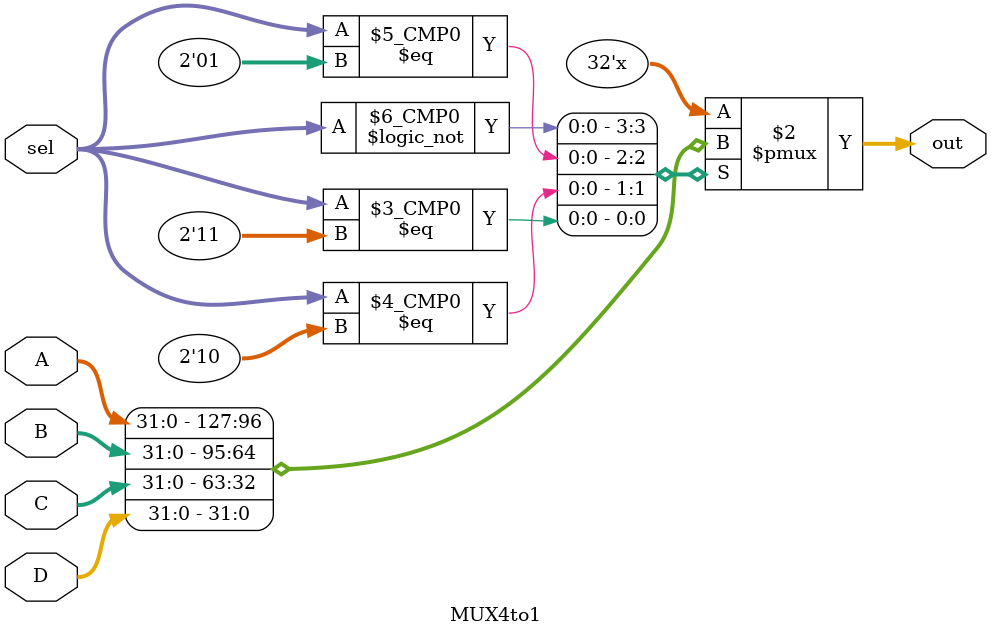
<source format=sv>
module MUX4to1 (
    input wire [31:0] A,
    input wire [31:0] B,
    input wire [31:0] C,
    input wire [31:0] D,
    input wire [1:0] sel,
    output reg [31:0] out
);
    always@(*) begin
        case(sel)
            2'b00: out = A;
            2'b01: out = B;
            2'b10: out = C;
            2'b11: out = D;
            default: out = 32'b0; // Default case to avoid latches
        endcase
    end
endmodule
</source>
